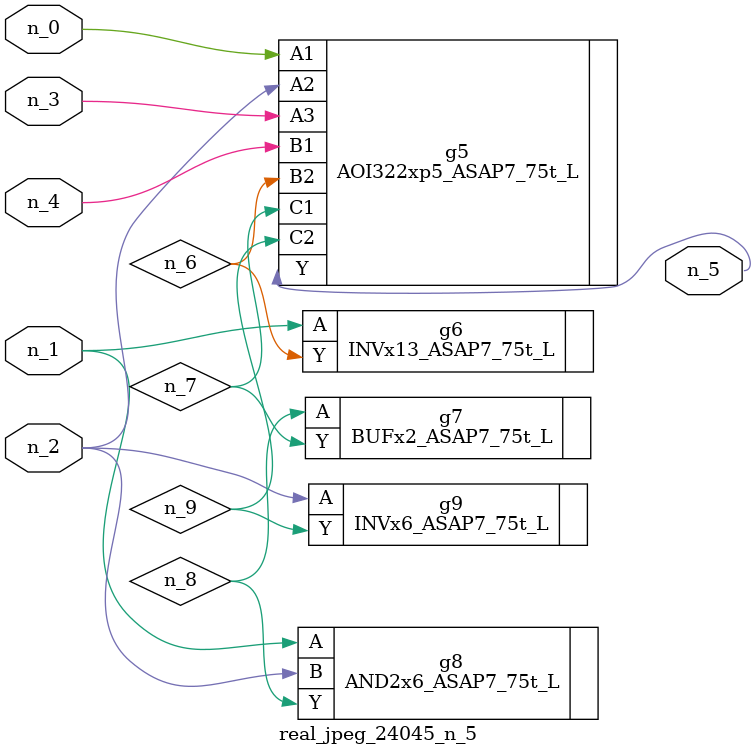
<source format=v>
module real_jpeg_24045_n_5 (n_4, n_0, n_1, n_2, n_3, n_5);

input n_4;
input n_0;
input n_1;
input n_2;
input n_3;

output n_5;

wire n_8;
wire n_6;
wire n_7;
wire n_9;

AOI322xp5_ASAP7_75t_L g5 ( 
.A1(n_0),
.A2(n_2),
.A3(n_3),
.B1(n_4),
.B2(n_6),
.C1(n_7),
.C2(n_9),
.Y(n_5)
);

INVx13_ASAP7_75t_L g6 ( 
.A(n_1),
.Y(n_6)
);

AND2x6_ASAP7_75t_L g8 ( 
.A(n_1),
.B(n_2),
.Y(n_8)
);

INVx6_ASAP7_75t_L g9 ( 
.A(n_2),
.Y(n_9)
);

BUFx2_ASAP7_75t_L g7 ( 
.A(n_8),
.Y(n_7)
);


endmodule
</source>
